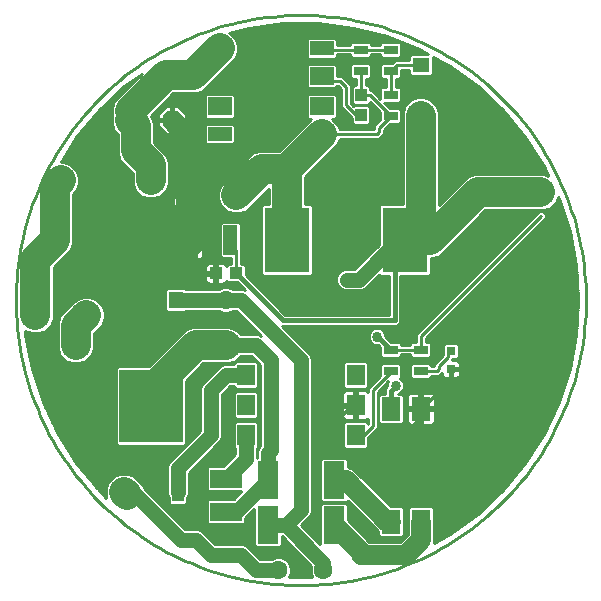
<source format=gtl>
G75*
G70*
%OFA0B0*%
%FSLAX24Y24*%
%IPPOS*%
%LPD*%
%AMOC8*
5,1,8,0,0,1.08239X$1,22.5*
%
%ADD10C,0.0100*%
%ADD11R,0.0433X0.0394*%
%ADD12OC8,0.0630*%
%ADD13C,0.0630*%
%ADD14R,0.0500X0.0579*%
%ADD15OC8,0.0660*%
%ADD16R,0.0800X0.0460*%
%ADD17R,0.0800X0.0600*%
%ADD18R,0.0394X0.0433*%
%ADD19R,0.0472X0.0315*%
%ADD20R,0.0579X0.0500*%
%ADD21R,0.0472X0.0984*%
%ADD22R,0.0709X0.1260*%
%ADD23R,0.0598X0.0701*%
%ADD24R,0.0315X0.0315*%
%ADD25R,0.0630X0.0787*%
%ADD26R,0.1063X0.0630*%
%ADD27R,0.1516X0.2165*%
%ADD28R,0.2126X0.2441*%
%ADD29R,0.0394X0.0630*%
%ADD30C,0.1000*%
%ADD31C,0.0500*%
%ADD32C,0.0060*%
%ADD33C,0.0700*%
%ADD34C,0.0340*%
%ADD35C,0.0827*%
%ADD36C,0.0160*%
%ADD37C,0.0376*%
%ADD38C,0.0660*%
D10*
X003820Y003755D02*
X004083Y003508D01*
X004055Y003576D01*
X004055Y003819D01*
X004148Y004043D01*
X004319Y004215D01*
X004544Y004308D01*
X004786Y004308D01*
X005010Y004215D01*
X005292Y003933D01*
X005339Y003820D01*
X005368Y003791D01*
X005368Y003791D01*
X006712Y002447D01*
X007134Y002447D01*
X007266Y002393D01*
X007712Y001947D01*
X008634Y001947D01*
X008766Y001893D01*
X008868Y001791D01*
X009212Y001447D01*
X009571Y001447D01*
X009572Y001448D01*
X009728Y001512D01*
X009897Y001512D01*
X010053Y001448D01*
X010173Y001328D01*
X010237Y001172D01*
X010237Y001003D01*
X010177Y000856D01*
X010948Y000856D01*
X010888Y001003D01*
X010888Y001172D01*
X010911Y001230D01*
X009924Y002216D01*
X009924Y001912D01*
X009860Y001848D01*
X009060Y001848D01*
X008996Y001912D01*
X008996Y003114D01*
X008704Y002822D01*
X008704Y002676D01*
X008640Y002611D01*
X007485Y002611D01*
X007421Y002676D01*
X007421Y003397D01*
X007485Y003461D01*
X008325Y003461D01*
X008577Y003714D01*
X007485Y003714D01*
X007421Y003778D01*
X007421Y004499D01*
X007485Y004564D01*
X007978Y004564D01*
X008374Y004959D01*
X008374Y005142D01*
X008325Y005192D01*
X008325Y005983D01*
X008389Y006048D01*
X009079Y006048D01*
X009143Y005983D01*
X009143Y005192D01*
X009094Y005142D01*
X009094Y004827D01*
X009100Y004827D01*
X009100Y005057D01*
X009155Y005189D01*
X009203Y005237D01*
X009203Y007938D01*
X008913Y008228D01*
X008565Y008228D01*
X008408Y008070D01*
X008184Y007978D01*
X007315Y007978D01*
X006735Y007398D01*
X006735Y005306D01*
X006671Y005241D01*
X004454Y005241D01*
X004390Y005306D01*
X004390Y007838D01*
X004454Y007902D01*
X005515Y007902D01*
X006717Y009105D01*
X006941Y009197D01*
X008184Y009197D01*
X008408Y009105D01*
X008565Y008947D01*
X009134Y008947D01*
X009235Y008906D01*
X008413Y009728D01*
X008304Y009728D01*
X008303Y009727D01*
X008147Y009663D01*
X007978Y009663D01*
X007822Y009727D01*
X007821Y009728D01*
X006744Y009728D01*
X006705Y009688D01*
X006113Y009688D01*
X006049Y009753D01*
X006049Y010422D01*
X006113Y010487D01*
X006705Y010487D01*
X006744Y010447D01*
X007821Y010447D01*
X007822Y010448D01*
X007978Y010512D01*
X008147Y010512D01*
X008303Y010448D01*
X008304Y010447D01*
X008634Y010447D01*
X008693Y010423D01*
X008435Y010681D01*
X008135Y010681D01*
X008084Y010732D01*
X008064Y010699D01*
X008036Y010671D01*
X008002Y010651D01*
X007964Y010641D01*
X007776Y010641D01*
X007776Y010939D01*
X007679Y010939D01*
X007361Y010939D01*
X007361Y010771D01*
X007372Y010733D01*
X007391Y010699D01*
X007419Y010671D01*
X007453Y010651D01*
X007492Y010641D01*
X007679Y010641D01*
X007679Y010939D01*
X007679Y011036D01*
X007361Y011036D01*
X007361Y011204D01*
X007372Y011242D01*
X007391Y011276D01*
X007419Y011304D01*
X007453Y011324D01*
X002462Y011324D01*
X002560Y011423D02*
X008237Y011423D01*
X008237Y011485D02*
X008237Y011294D01*
X008135Y011294D01*
X008084Y011243D01*
X008064Y011276D01*
X008036Y011304D01*
X008002Y011324D01*
X007964Y011334D01*
X007776Y011334D01*
X007776Y011036D01*
X007679Y011036D01*
X007679Y011334D01*
X007492Y011334D01*
X007453Y011324D01*
X007367Y011226D02*
X002363Y011226D01*
X002326Y011188D02*
X002708Y011570D01*
X002880Y011742D01*
X002972Y011966D01*
X002972Y013635D01*
X003080Y013742D01*
X003172Y013966D01*
X003172Y014209D01*
X003080Y014433D01*
X002908Y014605D01*
X002684Y014697D01*
X002554Y014697D01*
X003079Y015525D01*
X003820Y016420D01*
X004666Y017215D01*
X005254Y017642D01*
X004345Y016733D01*
X004253Y016509D01*
X004253Y016266D01*
X004264Y016237D01*
X004253Y016209D01*
X004253Y015966D01*
X004345Y015742D01*
X004453Y015635D01*
X004453Y014966D01*
X004545Y014742D01*
X004717Y014570D01*
X004953Y014335D01*
X004953Y013966D01*
X005045Y013742D01*
X005217Y013570D01*
X005441Y013478D01*
X005684Y013478D01*
X005908Y013570D01*
X006080Y013742D01*
X006172Y013966D01*
X006172Y014709D01*
X006080Y014933D01*
X005672Y015340D01*
X005672Y016009D01*
X005580Y016233D01*
X005575Y016237D01*
X006315Y016978D01*
X007091Y016978D01*
X007316Y017070D01*
X008380Y018134D01*
X008472Y018359D01*
X008472Y018601D01*
X008380Y018826D01*
X008208Y018997D01*
X008183Y019008D01*
X008829Y019174D01*
X009982Y019319D01*
X011143Y019319D01*
X012296Y019174D01*
X013421Y018885D01*
X014501Y018457D01*
X014798Y018294D01*
X014228Y018294D01*
X014163Y018230D01*
X014163Y018094D01*
X013697Y018094D01*
X013604Y018001D01*
X013281Y018001D01*
X013216Y017936D01*
X013216Y017530D01*
X013281Y017466D01*
X013403Y017466D01*
X013403Y017209D01*
X013281Y017209D01*
X013216Y017145D01*
X013216Y016806D01*
X012940Y017082D01*
X012869Y017082D01*
X012869Y017184D01*
X012805Y017249D01*
X012722Y017249D01*
X012722Y017466D01*
X012844Y017466D01*
X012909Y017530D01*
X012909Y017936D01*
X012844Y018001D01*
X012281Y018001D01*
X012216Y017936D01*
X012216Y017530D01*
X012281Y017466D01*
X012403Y017466D01*
X012403Y017249D01*
X012320Y017249D01*
X012256Y017184D01*
X012256Y016660D01*
X012320Y016596D01*
X012805Y016596D01*
X012869Y016660D01*
X012869Y016700D01*
X013216Y016353D01*
X013216Y016113D01*
X013003Y015899D01*
X013003Y015780D01*
X011856Y015780D01*
X011780Y015966D01*
X011608Y016137D01*
X011607Y016138D01*
X011708Y016138D01*
X011772Y016202D01*
X011772Y016893D01*
X011708Y016957D01*
X010817Y016957D01*
X010753Y016893D01*
X010753Y016202D01*
X010817Y016138D01*
X010918Y016138D01*
X010917Y016137D01*
X009851Y015071D01*
X009161Y015071D01*
X008937Y014978D01*
X008766Y014807D01*
X007892Y013933D01*
X007799Y013709D01*
X007799Y013466D01*
X007892Y013242D01*
X008063Y013070D01*
X008288Y012978D01*
X008530Y012978D01*
X008754Y013070D01*
X009494Y013810D01*
X009494Y013280D01*
X009300Y013280D01*
X009236Y013216D01*
X009236Y010959D01*
X009300Y010895D01*
X010907Y010895D01*
X010972Y010959D01*
X010972Y013216D01*
X010907Y013280D01*
X010714Y013280D01*
X010714Y014209D01*
X011780Y015274D01*
X011856Y015460D01*
X013161Y015460D01*
X013229Y015528D01*
X013322Y015621D01*
X013322Y015767D01*
X013521Y015966D01*
X013844Y015966D01*
X013909Y016030D01*
X013909Y016436D01*
X013844Y016501D01*
X013521Y016501D01*
X013348Y016674D01*
X013844Y016674D01*
X013909Y016739D01*
X013909Y017145D01*
X013844Y017209D01*
X013722Y017209D01*
X013722Y017466D01*
X013844Y017466D01*
X013909Y017530D01*
X013909Y017774D01*
X014163Y017774D01*
X014163Y017638D01*
X014228Y017574D01*
X014897Y017574D01*
X014962Y017638D01*
X014962Y018204D01*
X015519Y017898D01*
X016459Y017215D01*
X017305Y016420D01*
X018046Y015525D01*
X018668Y014544D01*
X018812Y014239D01*
X018670Y014297D01*
X016341Y014297D01*
X016117Y014205D01*
X015945Y014033D01*
X015172Y013260D01*
X015172Y016362D01*
X015080Y016587D01*
X014908Y016758D01*
X014684Y016851D01*
X014441Y016851D01*
X014217Y016758D01*
X014045Y016587D01*
X013953Y016362D01*
X013953Y013280D01*
X013218Y013280D01*
X013153Y013216D01*
X013153Y011937D01*
X012351Y011135D01*
X012028Y011135D01*
X011896Y011080D01*
X011795Y010979D01*
X011740Y010847D01*
X011740Y010703D01*
X011795Y010571D01*
X011896Y010470D01*
X012028Y010415D01*
X012572Y010415D01*
X012704Y010470D01*
X013173Y010939D01*
X013218Y010895D01*
X013498Y010895D01*
X013498Y009602D01*
X010051Y009602D01*
X008724Y010930D01*
X009265Y010930D01*
X009236Y011029D02*
X008724Y011029D01*
X008724Y011127D02*
X009236Y011127D01*
X009236Y011226D02*
X008724Y011226D01*
X008724Y011230D02*
X008659Y011294D01*
X008557Y011294D01*
X008557Y011549D01*
X008558Y011550D01*
X008558Y012625D01*
X008494Y012690D01*
X007930Y012690D01*
X007866Y012625D01*
X007866Y011550D01*
X007930Y011485D01*
X008237Y011485D01*
X008237Y011324D02*
X008002Y011324D01*
X007895Y011521D02*
X007279Y011521D01*
X007289Y011537D02*
X007299Y011576D01*
X007299Y012038D01*
X006963Y012038D01*
X006963Y012137D01*
X007299Y012137D01*
X007299Y012599D01*
X007289Y012638D01*
X007269Y012672D01*
X007241Y012700D01*
X007207Y012719D01*
X007169Y012730D01*
X006963Y012730D01*
X006963Y012138D01*
X006863Y012138D01*
X006863Y012730D01*
X006657Y012730D01*
X006619Y012719D01*
X006585Y012700D01*
X006557Y012672D01*
X006537Y012638D01*
X006527Y012599D01*
X006527Y012137D01*
X006863Y012137D01*
X006863Y012038D01*
X006527Y012038D01*
X006527Y011576D01*
X006537Y011537D01*
X006557Y011503D01*
X006585Y011475D01*
X006619Y011456D01*
X006657Y011445D01*
X006863Y011445D01*
X006863Y012037D01*
X006963Y012037D01*
X006963Y011445D01*
X007169Y011445D01*
X007207Y011456D01*
X007241Y011475D01*
X007269Y011503D01*
X007289Y011537D01*
X007299Y011620D02*
X007866Y011620D01*
X007866Y011718D02*
X007299Y011718D01*
X007299Y011817D02*
X007866Y011817D01*
X007866Y011915D02*
X007299Y011915D01*
X007299Y012014D02*
X007866Y012014D01*
X007866Y012112D02*
X006963Y012112D01*
X006913Y012088D02*
X007063Y012088D01*
X007063Y011088D01*
X007163Y010988D01*
X007728Y010988D01*
X007679Y011029D02*
X002326Y011029D01*
X002326Y011127D02*
X007361Y011127D01*
X007361Y010930D02*
X002326Y010930D01*
X002326Y010832D02*
X007361Y010832D01*
X007371Y010733D02*
X002326Y010733D01*
X002326Y010635D02*
X008481Y010635D01*
X008580Y010536D02*
X002326Y010536D01*
X002326Y010438D02*
X004328Y010438D01*
X004326Y010435D02*
X004316Y010397D01*
X004316Y010137D01*
X004666Y010137D01*
X004666Y010038D01*
X004316Y010038D01*
X004316Y009778D01*
X004326Y009740D01*
X004346Y009706D01*
X004374Y009678D01*
X004408Y009658D01*
X004446Y009648D01*
X004666Y009648D01*
X004666Y010037D01*
X004766Y010037D01*
X004766Y009648D01*
X004986Y009648D01*
X005024Y009658D01*
X005058Y009678D01*
X005086Y009706D01*
X005106Y009740D01*
X005116Y009778D01*
X005116Y010038D01*
X004766Y010038D01*
X004766Y010137D01*
X005116Y010137D01*
X005116Y010397D01*
X005106Y010435D01*
X005086Y010469D01*
X005058Y010497D01*
X005024Y010517D01*
X004986Y010527D01*
X004766Y010527D01*
X004766Y010138D01*
X004666Y010138D01*
X004666Y010527D01*
X004446Y010527D01*
X004408Y010517D01*
X004374Y010497D01*
X004346Y010469D01*
X004326Y010435D01*
X004316Y010339D02*
X002326Y010339D01*
X002326Y010241D02*
X004316Y010241D01*
X004316Y010142D02*
X003664Y010142D01*
X003754Y010105D02*
X003530Y010197D01*
X003288Y010197D01*
X003063Y010105D01*
X002545Y009587D01*
X002453Y009362D01*
X002453Y009120D01*
X002453Y008466D01*
X002545Y008242D01*
X002717Y008070D01*
X002941Y007978D01*
X003184Y007978D01*
X003408Y008070D01*
X003580Y008242D01*
X003672Y008466D01*
X003672Y008988D01*
X003926Y009242D01*
X004019Y009466D01*
X004019Y009709D01*
X003926Y009933D01*
X003754Y010105D01*
X003816Y010044D02*
X004666Y010044D01*
X004666Y010142D02*
X004766Y010142D01*
X004766Y010044D02*
X006049Y010044D01*
X006049Y010142D02*
X005116Y010142D01*
X005116Y010241D02*
X006049Y010241D01*
X006049Y010339D02*
X005116Y010339D01*
X005104Y010438D02*
X006064Y010438D01*
X006049Y009945D02*
X005116Y009945D01*
X005116Y009847D02*
X006049Y009847D01*
X006053Y009748D02*
X005108Y009748D01*
X004991Y009650D02*
X008491Y009650D01*
X008590Y009551D02*
X004019Y009551D01*
X004019Y009650D02*
X004441Y009650D01*
X004324Y009748D02*
X004003Y009748D01*
X003962Y009847D02*
X004316Y009847D01*
X004316Y009945D02*
X003914Y009945D01*
X004013Y009453D02*
X008688Y009453D01*
X008787Y009354D02*
X003973Y009354D01*
X003932Y009256D02*
X008885Y009256D01*
X008984Y009157D02*
X008282Y009157D01*
X008454Y009059D02*
X009082Y009059D01*
X009181Y008960D02*
X008553Y008960D01*
X008510Y008172D02*
X008969Y008172D01*
X009067Y008074D02*
X008411Y008074D01*
X008389Y008048D02*
X008325Y007983D01*
X008325Y007947D01*
X007991Y007947D01*
X007859Y007893D01*
X007757Y007791D01*
X007257Y007291D01*
X007203Y007159D01*
X007203Y005737D01*
X006155Y004689D01*
X006100Y004557D01*
X006100Y003626D01*
X006153Y003498D01*
X006153Y003337D01*
X006218Y003273D01*
X006703Y003273D01*
X006767Y003337D01*
X006767Y003498D01*
X006820Y003626D01*
X006820Y004336D01*
X007766Y005282D01*
X007868Y005384D01*
X007922Y005516D01*
X007922Y006938D01*
X008212Y007228D01*
X008325Y007228D01*
X008325Y007192D01*
X008389Y007127D01*
X009079Y007127D01*
X009143Y007192D01*
X009143Y007983D01*
X009079Y008048D01*
X008389Y008048D01*
X008325Y007975D02*
X007313Y007975D01*
X007214Y007877D02*
X007842Y007877D01*
X007744Y007778D02*
X007116Y007778D01*
X007017Y007680D02*
X007645Y007680D01*
X007547Y007581D02*
X006919Y007581D01*
X006820Y007483D02*
X007448Y007483D01*
X007350Y007384D02*
X006735Y007384D01*
X006735Y007286D02*
X007255Y007286D01*
X007214Y007187D02*
X006735Y007187D01*
X006735Y007089D02*
X007203Y007089D01*
X007203Y006990D02*
X006735Y006990D01*
X006735Y006892D02*
X007203Y006892D01*
X007203Y006793D02*
X006735Y006793D01*
X006735Y006695D02*
X007203Y006695D01*
X007203Y006596D02*
X006735Y006596D01*
X006735Y006498D02*
X007203Y006498D01*
X007203Y006399D02*
X006735Y006399D01*
X006735Y006301D02*
X007203Y006301D01*
X007203Y006202D02*
X006735Y006202D01*
X006735Y006104D02*
X007203Y006104D01*
X007203Y006005D02*
X006735Y006005D01*
X006735Y005907D02*
X007203Y005907D01*
X007203Y005808D02*
X006735Y005808D01*
X006735Y005710D02*
X007175Y005710D01*
X007077Y005611D02*
X006735Y005611D01*
X006735Y005513D02*
X006978Y005513D01*
X006880Y005414D02*
X006735Y005414D01*
X006735Y005316D02*
X006781Y005316D01*
X006683Y005217D02*
X002720Y005217D01*
X002782Y005119D02*
X006584Y005119D01*
X006486Y005020D02*
X002845Y005020D01*
X002907Y004922D02*
X006387Y004922D01*
X006289Y004823D02*
X002970Y004823D01*
X003032Y004725D02*
X006190Y004725D01*
X006129Y004626D02*
X003099Y004626D01*
X003079Y004650D02*
X002457Y005631D01*
X001962Y006682D01*
X001603Y007787D01*
X001385Y008928D01*
X001377Y009068D01*
X001595Y008978D01*
X001837Y008978D01*
X002062Y009070D01*
X002233Y009242D01*
X002326Y009466D01*
X002326Y011188D01*
X002659Y011521D02*
X006546Y011521D01*
X006527Y011620D02*
X002757Y011620D01*
X002708Y011570D02*
X002708Y011570D01*
X002856Y011718D02*
X003474Y011718D01*
X003570Y011623D02*
X003732Y011623D01*
X003732Y012057D01*
X003793Y012057D01*
X003793Y012118D01*
X004227Y012118D01*
X004227Y012280D01*
X003955Y012552D01*
X003793Y012552D01*
X003793Y012118D01*
X003732Y012118D01*
X003732Y012552D01*
X003570Y012552D01*
X003298Y012280D01*
X003298Y012118D01*
X003732Y012118D01*
X003732Y012057D01*
X003298Y012057D01*
X003298Y011895D01*
X003570Y011623D01*
X003732Y011718D02*
X003793Y011718D01*
X003793Y011623D02*
X003955Y011623D01*
X004227Y011895D01*
X004227Y012057D01*
X003793Y012057D01*
X003793Y011623D01*
X003793Y011817D02*
X003732Y011817D01*
X003732Y011915D02*
X003793Y011915D01*
X003793Y012014D02*
X003732Y012014D01*
X003732Y012112D02*
X002972Y012112D01*
X002972Y012014D02*
X003298Y012014D01*
X003298Y011915D02*
X002951Y011915D01*
X002911Y011817D02*
X003376Y011817D01*
X003793Y012112D02*
X006863Y012112D01*
X006863Y012014D02*
X006963Y012014D01*
X006963Y011915D02*
X006863Y011915D01*
X006863Y011817D02*
X006963Y011817D01*
X006963Y011718D02*
X006863Y011718D01*
X006863Y011620D02*
X006963Y011620D01*
X006963Y011521D02*
X006863Y011521D01*
X006527Y011718D02*
X004051Y011718D01*
X004149Y011817D02*
X006527Y011817D01*
X006527Y011915D02*
X004227Y011915D01*
X004227Y012014D02*
X006527Y012014D01*
X006527Y012211D02*
X004227Y012211D01*
X004199Y012309D02*
X006527Y012309D01*
X006527Y012408D02*
X004100Y012408D01*
X004002Y012506D02*
X006527Y012506D01*
X006528Y012605D02*
X002972Y012605D01*
X002972Y012703D02*
X006590Y012703D01*
X006863Y012703D02*
X006963Y012703D01*
X006963Y012605D02*
X006863Y012605D01*
X006863Y012506D02*
X006963Y012506D01*
X006963Y012408D02*
X006863Y012408D01*
X006863Y012309D02*
X006963Y012309D01*
X006963Y012211D02*
X006863Y012211D01*
X007299Y012211D02*
X007866Y012211D01*
X007866Y012309D02*
X007299Y012309D01*
X007299Y012408D02*
X007866Y012408D01*
X007866Y012506D02*
X007299Y012506D01*
X007298Y012605D02*
X007866Y012605D01*
X008037Y013097D02*
X002972Y013097D01*
X002972Y012999D02*
X008237Y012999D01*
X008581Y012999D02*
X009236Y012999D01*
X009236Y013097D02*
X008781Y013097D01*
X008880Y013196D02*
X009236Y013196D01*
X009077Y013393D02*
X009494Y013393D01*
X009494Y013491D02*
X009175Y013491D01*
X009274Y013590D02*
X009494Y013590D01*
X009494Y013688D02*
X009372Y013688D01*
X009471Y013787D02*
X009494Y013787D01*
X009494Y013294D02*
X008978Y013294D01*
X009236Y012900D02*
X002972Y012900D01*
X002972Y012802D02*
X009236Y012802D01*
X009236Y012703D02*
X007235Y012703D01*
X007024Y013158D02*
X007058Y013178D01*
X007086Y013206D01*
X007106Y013240D01*
X007116Y013278D01*
X007116Y013538D01*
X006766Y013538D01*
X006766Y013637D01*
X007116Y013637D01*
X007116Y013897D01*
X007106Y013935D01*
X007086Y013969D01*
X007058Y013997D01*
X007024Y014017D01*
X006986Y014027D01*
X006766Y014027D01*
X006766Y013638D01*
X006666Y013638D01*
X006666Y014027D01*
X006446Y014027D01*
X006408Y014017D01*
X006374Y013997D01*
X006346Y013969D01*
X006326Y013935D01*
X006316Y013897D01*
X006316Y013637D01*
X006666Y013637D01*
X006666Y013538D01*
X006316Y013538D01*
X006316Y013278D01*
X006326Y013240D01*
X006346Y013206D01*
X006374Y013178D01*
X006408Y013158D01*
X006446Y013148D01*
X006666Y013148D01*
X006666Y013537D01*
X006766Y013537D01*
X006766Y013148D01*
X006986Y013148D01*
X007024Y013158D01*
X007076Y013196D02*
X007938Y013196D01*
X007870Y013294D02*
X007116Y013294D01*
X007116Y013393D02*
X007829Y013393D01*
X007799Y013491D02*
X007116Y013491D01*
X007116Y013688D02*
X007799Y013688D01*
X007799Y013590D02*
X006766Y013590D01*
X006766Y013688D02*
X006666Y013688D01*
X006666Y013590D02*
X005927Y013590D01*
X006026Y013688D02*
X006316Y013688D01*
X006316Y013787D02*
X006098Y013787D01*
X006139Y013885D02*
X006316Y013885D01*
X006361Y013984D02*
X006172Y013984D01*
X006172Y014082D02*
X008041Y014082D01*
X008139Y014181D02*
X006172Y014181D01*
X006172Y014279D02*
X008238Y014279D01*
X008336Y014378D02*
X006172Y014378D01*
X006172Y014476D02*
X008435Y014476D01*
X008533Y014575D02*
X006172Y014575D01*
X006172Y014673D02*
X008632Y014673D01*
X008730Y014772D02*
X006147Y014772D01*
X006106Y014870D02*
X008829Y014870D01*
X008766Y014807D02*
X008766Y014807D01*
X008927Y014969D02*
X006044Y014969D01*
X005946Y015067D02*
X009151Y015067D01*
X009945Y015166D02*
X005847Y015166D01*
X005749Y015264D02*
X010044Y015264D01*
X010142Y015363D02*
X008372Y015363D01*
X008372Y015344D02*
X008372Y015896D01*
X008308Y015960D01*
X007417Y015960D01*
X007353Y015896D01*
X007353Y015344D01*
X007417Y015280D01*
X008308Y015280D01*
X008372Y015344D01*
X008372Y015461D02*
X010241Y015461D01*
X010339Y015560D02*
X008372Y015560D01*
X008372Y015658D02*
X010438Y015658D01*
X010536Y015757D02*
X008372Y015757D01*
X008372Y015855D02*
X010635Y015855D01*
X010733Y015954D02*
X008315Y015954D01*
X008308Y016138D02*
X008372Y016202D01*
X008372Y016893D01*
X008308Y016957D01*
X007417Y016957D01*
X007353Y016893D01*
X007353Y016202D01*
X007417Y016138D01*
X008308Y016138D01*
X008321Y016151D02*
X010804Y016151D01*
X010832Y016052D02*
X006727Y016052D01*
X006727Y016057D02*
X006293Y016057D01*
X006293Y016118D01*
X006727Y016118D01*
X006727Y016280D01*
X006455Y016552D01*
X006293Y016552D01*
X006293Y016118D01*
X006232Y016118D01*
X006232Y016552D01*
X006070Y016552D01*
X005798Y016280D01*
X005798Y016118D01*
X006232Y016118D01*
X006232Y016057D01*
X006293Y016057D01*
X006293Y015623D01*
X006455Y015623D01*
X006727Y015895D01*
X006727Y016057D01*
X006727Y016151D02*
X007404Y016151D01*
X007353Y016249D02*
X006727Y016249D01*
X006660Y016348D02*
X007353Y016348D01*
X007353Y016446D02*
X006562Y016446D01*
X006463Y016545D02*
X007353Y016545D01*
X007353Y016643D02*
X005981Y016643D01*
X006062Y016545D02*
X005882Y016545D01*
X005963Y016446D02*
X005784Y016446D01*
X005865Y016348D02*
X005685Y016348D01*
X005587Y016249D02*
X005798Y016249D01*
X005798Y016151D02*
X005614Y016151D01*
X005655Y016052D02*
X005798Y016052D01*
X005798Y016057D02*
X005798Y015895D01*
X006070Y015623D01*
X006232Y015623D01*
X006232Y016057D01*
X005798Y016057D01*
X005798Y015954D02*
X005672Y015954D01*
X005672Y015855D02*
X005837Y015855D01*
X005936Y015757D02*
X005672Y015757D01*
X005672Y015658D02*
X006034Y015658D01*
X006232Y015658D02*
X006293Y015658D01*
X006293Y015757D02*
X006232Y015757D01*
X006232Y015855D02*
X006293Y015855D01*
X006293Y015954D02*
X006232Y015954D01*
X006232Y016052D02*
X006293Y016052D01*
X006293Y016151D02*
X006232Y016151D01*
X006232Y016249D02*
X006293Y016249D01*
X006293Y016348D02*
X006232Y016348D01*
X006232Y016446D02*
X006293Y016446D01*
X006293Y016545D02*
X006232Y016545D01*
X006079Y016742D02*
X007353Y016742D01*
X007353Y016840D02*
X006178Y016840D01*
X006276Y016939D02*
X007398Y016939D01*
X007235Y017037D02*
X011903Y017037D01*
X011903Y017121D02*
X011796Y017228D01*
X011772Y017228D01*
X011772Y017212D01*
X011708Y017148D01*
X010817Y017148D01*
X010753Y017212D01*
X010753Y017903D01*
X010817Y017967D01*
X011708Y017967D01*
X011772Y017903D01*
X011772Y017547D01*
X011929Y017547D01*
X012022Y017454D01*
X012222Y017254D01*
X012222Y016654D01*
X012308Y016568D01*
X012320Y016579D01*
X012805Y016579D01*
X012869Y016515D01*
X012869Y015991D01*
X012805Y015926D01*
X012320Y015926D01*
X012256Y015991D01*
X012256Y016168D01*
X011996Y016428D01*
X011903Y016521D01*
X011903Y017121D01*
X011888Y017136D02*
X007381Y017136D01*
X007479Y017234D02*
X010753Y017234D01*
X010753Y017333D02*
X007578Y017333D01*
X007676Y017431D02*
X010753Y017431D01*
X010753Y017530D02*
X007775Y017530D01*
X007873Y017628D02*
X010753Y017628D01*
X010753Y017727D02*
X007972Y017727D01*
X008070Y017825D02*
X010753Y017825D01*
X010773Y017924D02*
X008169Y017924D01*
X008267Y018022D02*
X013625Y018022D01*
X013763Y017934D02*
X013563Y017733D01*
X013563Y016942D01*
X013722Y017234D02*
X016432Y017234D01*
X016543Y017136D02*
X013909Y017136D01*
X013909Y017037D02*
X016648Y017037D01*
X016753Y016939D02*
X013909Y016939D01*
X013909Y016840D02*
X014415Y016840D01*
X014200Y016742D02*
X013909Y016742D01*
X014102Y016643D02*
X013379Y016643D01*
X013477Y016545D02*
X014028Y016545D01*
X013987Y016446D02*
X013899Y016446D01*
X013909Y016348D02*
X013953Y016348D01*
X013953Y016249D02*
X013909Y016249D01*
X013909Y016151D02*
X013953Y016151D01*
X013953Y016052D02*
X013909Y016052D01*
X013953Y015954D02*
X013509Y015954D01*
X013411Y015855D02*
X013953Y015855D01*
X013953Y015757D02*
X013322Y015757D01*
X013322Y015658D02*
X013953Y015658D01*
X013953Y015560D02*
X013261Y015560D01*
X013162Y015461D02*
X013953Y015461D01*
X013953Y015363D02*
X011816Y015363D01*
X011769Y015264D02*
X013953Y015264D01*
X013953Y015166D02*
X011671Y015166D01*
X011572Y015067D02*
X013953Y015067D01*
X013953Y014969D02*
X011474Y014969D01*
X011375Y014870D02*
X013953Y014870D01*
X013953Y014772D02*
X011277Y014772D01*
X011178Y014673D02*
X013953Y014673D01*
X013953Y014575D02*
X011080Y014575D01*
X010981Y014476D02*
X013953Y014476D01*
X013953Y014378D02*
X010883Y014378D01*
X010784Y014279D02*
X013953Y014279D01*
X013953Y014181D02*
X010714Y014181D01*
X010714Y014082D02*
X013953Y014082D01*
X013953Y013984D02*
X010714Y013984D01*
X010714Y013885D02*
X013953Y013885D01*
X013953Y013787D02*
X010714Y013787D01*
X010714Y013688D02*
X013953Y013688D01*
X013953Y013590D02*
X010714Y013590D01*
X010714Y013491D02*
X013953Y013491D01*
X013953Y013393D02*
X010714Y013393D01*
X010714Y013294D02*
X013953Y013294D01*
X013153Y013196D02*
X010972Y013196D01*
X010972Y013097D02*
X013153Y013097D01*
X013153Y012999D02*
X010972Y012999D01*
X010972Y012900D02*
X013153Y012900D01*
X013153Y012802D02*
X010972Y012802D01*
X010972Y012703D02*
X013153Y012703D01*
X013153Y012605D02*
X010972Y012605D01*
X010972Y012506D02*
X013153Y012506D01*
X013153Y012408D02*
X010972Y012408D01*
X010972Y012309D02*
X013153Y012309D01*
X013153Y012211D02*
X010972Y012211D01*
X010972Y012112D02*
X013153Y012112D01*
X013153Y012014D02*
X010972Y012014D01*
X010972Y011915D02*
X013131Y011915D01*
X013032Y011817D02*
X010972Y011817D01*
X010972Y011718D02*
X012934Y011718D01*
X012835Y011620D02*
X010972Y011620D01*
X010972Y011521D02*
X012737Y011521D01*
X012638Y011423D02*
X010972Y011423D01*
X010972Y011324D02*
X012540Y011324D01*
X012441Y011226D02*
X010972Y011226D01*
X010972Y011127D02*
X012009Y011127D01*
X011844Y011029D02*
X010972Y011029D01*
X010942Y010930D02*
X011775Y010930D01*
X011740Y010832D02*
X008822Y010832D01*
X008724Y010930D02*
X008724Y011230D01*
X008557Y011324D02*
X009236Y011324D01*
X009236Y011423D02*
X008557Y011423D01*
X008557Y011521D02*
X009236Y011521D01*
X009236Y011620D02*
X008558Y011620D01*
X008558Y011718D02*
X009236Y011718D01*
X009236Y011817D02*
X008558Y011817D01*
X008558Y011915D02*
X009236Y011915D01*
X009236Y012014D02*
X008558Y012014D01*
X008558Y012112D02*
X009236Y012112D01*
X009236Y012211D02*
X008558Y012211D01*
X008558Y012309D02*
X009236Y012309D01*
X009236Y012408D02*
X008558Y012408D01*
X008558Y012506D02*
X009236Y012506D01*
X009236Y012605D02*
X008558Y012605D01*
X008212Y012088D02*
X008063Y012088D01*
X008397Y011753D01*
X008397Y010988D01*
X008920Y010733D02*
X011740Y010733D01*
X011769Y010635D02*
X009019Y010635D01*
X009117Y010536D02*
X011830Y010536D01*
X011974Y010438D02*
X009216Y010438D01*
X009314Y010339D02*
X013498Y010339D01*
X013498Y010241D02*
X009413Y010241D01*
X009511Y010142D02*
X013498Y010142D01*
X013498Y010044D02*
X009610Y010044D01*
X009708Y009945D02*
X013498Y009945D01*
X013498Y009847D02*
X009807Y009847D01*
X009905Y009748D02*
X013498Y009748D01*
X013498Y009650D02*
X010004Y009650D01*
X009937Y009223D02*
X013766Y009223D01*
X013877Y009334D01*
X013877Y010895D01*
X014825Y010895D01*
X014889Y010959D01*
X014889Y011478D01*
X014984Y011478D01*
X015208Y011570D01*
X016715Y013078D01*
X018670Y013078D01*
X018895Y013170D01*
X019066Y013342D01*
X019145Y013531D01*
X019163Y013493D01*
X019522Y012388D01*
X019740Y011247D01*
X019813Y010087D01*
X019740Y008928D01*
X019740Y008928D01*
X019522Y007787D01*
X019163Y006682D01*
X018668Y005631D01*
X018046Y004650D01*
X017305Y003755D01*
X016459Y002960D01*
X015519Y002277D01*
X014999Y001992D01*
X015002Y002000D01*
X015002Y002797D01*
X014987Y002833D01*
X014987Y003149D01*
X014923Y003213D01*
X014202Y003213D01*
X014138Y003149D01*
X014138Y002833D01*
X014123Y002797D01*
X014123Y002270D01*
X013880Y002027D01*
X012847Y002027D01*
X012129Y002745D01*
X012129Y003263D01*
X012065Y003327D01*
X011265Y003327D01*
X011201Y003263D01*
X011201Y001959D01*
X010572Y002588D01*
X010766Y002782D01*
X010868Y002884D01*
X010922Y003016D01*
X010922Y008159D01*
X010868Y008291D01*
X010766Y008393D01*
X009937Y009223D01*
X010002Y009157D02*
X014606Y009157D01*
X014704Y009256D02*
X013799Y009256D01*
X013877Y009354D02*
X014803Y009354D01*
X014901Y009453D02*
X013877Y009453D01*
X013877Y009551D02*
X015000Y009551D01*
X015098Y009650D02*
X013877Y009650D01*
X013877Y009748D02*
X015197Y009748D01*
X015295Y009847D02*
X013877Y009847D01*
X013877Y009945D02*
X015394Y009945D01*
X015492Y010044D02*
X013877Y010044D01*
X013877Y010142D02*
X015591Y010142D01*
X015689Y010241D02*
X013877Y010241D01*
X013877Y010339D02*
X015788Y010339D01*
X015886Y010438D02*
X013877Y010438D01*
X013877Y010536D02*
X015985Y010536D01*
X016083Y010635D02*
X013877Y010635D01*
X013877Y010733D02*
X016182Y010733D01*
X016280Y010832D02*
X013877Y010832D01*
X013498Y010832D02*
X013066Y010832D01*
X013164Y010930D02*
X013183Y010930D01*
X012967Y010733D02*
X013498Y010733D01*
X013498Y010635D02*
X012869Y010635D01*
X012770Y010536D02*
X013498Y010536D01*
X013498Y010438D02*
X012626Y010438D01*
X013044Y009155D02*
X012941Y009112D01*
X012863Y009034D01*
X012820Y008931D01*
X012820Y008819D01*
X012863Y008716D01*
X012941Y008638D01*
X013044Y008595D01*
X013141Y008595D01*
X013216Y008519D01*
X013216Y008239D01*
X013281Y008174D01*
X013844Y008174D01*
X013909Y008239D01*
X013909Y008282D01*
X014216Y008282D01*
X014216Y008239D01*
X014281Y008174D01*
X014844Y008174D01*
X014909Y008239D01*
X014909Y008645D01*
X014844Y008709D01*
X014722Y008709D01*
X014722Y008821D01*
X018722Y012820D01*
X018722Y012953D01*
X018628Y013047D01*
X018495Y013047D01*
X014496Y009047D01*
X014403Y008954D01*
X014403Y008709D01*
X014281Y008709D01*
X014216Y008645D01*
X014216Y008602D01*
X013909Y008602D01*
X013909Y008645D01*
X013844Y008709D01*
X013564Y008709D01*
X013380Y008893D01*
X013380Y008931D01*
X013337Y009034D01*
X013259Y009112D01*
X013156Y009155D01*
X013044Y009155D01*
X012888Y009059D02*
X010101Y009059D01*
X010199Y008960D02*
X012832Y008960D01*
X012820Y008862D02*
X010298Y008862D01*
X010396Y008763D02*
X012843Y008763D01*
X012914Y008665D02*
X010495Y008665D01*
X010593Y008566D02*
X013170Y008566D01*
X013216Y008468D02*
X010692Y008468D01*
X010766Y008393D02*
X010766Y008393D01*
X010790Y008369D02*
X013216Y008369D01*
X013216Y008271D02*
X010876Y008271D01*
X010917Y008172D02*
X015221Y008172D01*
X015295Y008246D02*
X015003Y007954D01*
X015003Y007893D01*
X014909Y007893D01*
X014909Y007936D01*
X014844Y008001D01*
X014281Y008001D01*
X014216Y007936D01*
X014216Y007530D01*
X014281Y007466D01*
X014844Y007466D01*
X014909Y007530D01*
X014909Y007573D01*
X015174Y007573D01*
X015229Y007628D01*
X015255Y007654D01*
X015255Y007615D01*
X015265Y007577D01*
X015285Y007543D01*
X015313Y007515D01*
X015347Y007495D01*
X015385Y007485D01*
X015534Y007485D01*
X015534Y007763D01*
X015591Y007763D01*
X015591Y007485D01*
X015740Y007485D01*
X015778Y007495D01*
X015812Y007515D01*
X015840Y007543D01*
X015860Y007577D01*
X015870Y007615D01*
X015870Y007763D01*
X015591Y007763D01*
X015591Y007821D01*
X015870Y007821D01*
X015870Y007969D01*
X015860Y008008D01*
X015840Y008042D01*
X015812Y008070D01*
X015778Y008089D01*
X015740Y008100D01*
X015601Y008100D01*
X015617Y008115D01*
X015766Y008115D01*
X015830Y008180D01*
X015830Y008586D01*
X015766Y008650D01*
X015359Y008650D01*
X015295Y008586D01*
X015295Y008246D01*
X015295Y008271D02*
X014909Y008271D01*
X014909Y008369D02*
X015295Y008369D01*
X015295Y008468D02*
X014909Y008468D01*
X014909Y008566D02*
X015295Y008566D01*
X015563Y008383D02*
X015463Y008283D01*
X015463Y008188D01*
X015163Y007888D01*
X015163Y007788D01*
X015108Y007733D01*
X014563Y007733D01*
X014861Y007483D02*
X019423Y007483D01*
X019455Y007581D02*
X015861Y007581D01*
X015870Y007680D02*
X019487Y007680D01*
X019519Y007778D02*
X015591Y007778D01*
X015563Y007792D02*
X015563Y007465D01*
X014563Y006465D01*
X014463Y006365D01*
X014463Y006088D01*
X013363Y004988D01*
X011963Y004988D01*
X011663Y005288D01*
X011663Y005988D01*
X012263Y006588D01*
X012391Y006588D01*
X012341Y006596D02*
X010922Y006596D01*
X010922Y006498D02*
X011942Y006498D01*
X011942Y006538D02*
X011942Y006217D01*
X011952Y006179D01*
X011972Y006145D01*
X012000Y006117D01*
X012034Y006097D01*
X012072Y006087D01*
X012341Y006087D01*
X012341Y006537D01*
X012441Y006537D01*
X012441Y006087D01*
X012710Y006087D01*
X012748Y006097D01*
X012783Y006117D01*
X012803Y006137D01*
X012803Y005954D01*
X012800Y005952D01*
X012800Y005983D01*
X012736Y006048D01*
X012046Y006048D01*
X011982Y005983D01*
X011982Y005192D01*
X012046Y005127D01*
X012736Y005127D01*
X012800Y005192D01*
X012800Y005499D01*
X013122Y005821D01*
X013122Y007021D01*
X013481Y007379D01*
X013445Y007293D01*
X013445Y007226D01*
X013373Y007154D01*
X013373Y006969D01*
X013202Y006969D01*
X013138Y006905D01*
X013138Y006026D01*
X013202Y005962D01*
X013923Y005962D01*
X013987Y006026D01*
X013987Y006905D01*
X013923Y006969D01*
X013809Y006969D01*
X013884Y007000D01*
X013962Y007079D01*
X014005Y007182D01*
X014005Y007293D01*
X013962Y007396D01*
X013884Y007475D01*
X013862Y007484D01*
X013909Y007530D01*
X013909Y007936D01*
X013844Y008001D01*
X013281Y008001D01*
X013216Y007936D01*
X013216Y007568D01*
X012896Y007247D01*
X012803Y007154D01*
X012803Y007038D01*
X012783Y007058D01*
X012748Y007078D01*
X012710Y007088D01*
X012441Y007088D01*
X012441Y006638D01*
X012341Y006638D01*
X012341Y007088D01*
X012072Y007088D01*
X012034Y007078D01*
X012000Y007058D01*
X011972Y007030D01*
X011952Y006996D01*
X011942Y006958D01*
X011942Y006637D01*
X012341Y006637D01*
X012341Y006538D01*
X011942Y006538D01*
X011942Y006399D02*
X010922Y006399D01*
X010922Y006301D02*
X011942Y006301D01*
X011946Y006202D02*
X010922Y006202D01*
X010922Y006104D02*
X012023Y006104D01*
X012004Y006005D02*
X010922Y006005D01*
X010922Y005907D02*
X011982Y005907D01*
X011982Y005808D02*
X010922Y005808D01*
X010922Y005710D02*
X011982Y005710D01*
X011982Y005611D02*
X010922Y005611D01*
X010922Y005513D02*
X011982Y005513D01*
X011982Y005414D02*
X010922Y005414D01*
X010922Y005316D02*
X011982Y005316D01*
X011982Y005217D02*
X010922Y005217D01*
X010922Y005119D02*
X018343Y005119D01*
X018405Y005217D02*
X012800Y005217D01*
X012800Y005316D02*
X018468Y005316D01*
X018530Y005414D02*
X012800Y005414D01*
X012814Y005513D02*
X018593Y005513D01*
X018655Y005611D02*
X012912Y005611D01*
X013011Y005710D02*
X018705Y005710D01*
X018752Y005808D02*
X013109Y005808D01*
X013122Y005907D02*
X018798Y005907D01*
X018844Y006005D02*
X015012Y006005D01*
X015017Y006014D02*
X015027Y006052D01*
X015027Y006415D01*
X014613Y006415D01*
X014613Y006515D01*
X015027Y006515D01*
X015027Y006879D01*
X015017Y006917D01*
X014997Y006951D01*
X014970Y006979D01*
X014935Y006999D01*
X014897Y007009D01*
X014612Y007009D01*
X014612Y006515D01*
X014513Y006515D01*
X014512Y006515D02*
X014512Y006415D01*
X014098Y006415D01*
X014098Y006052D01*
X014108Y006014D01*
X014128Y005980D01*
X014155Y005952D01*
X014190Y005932D01*
X014228Y005922D01*
X014513Y005922D01*
X014513Y006415D01*
X014612Y006415D01*
X014612Y005922D01*
X014897Y005922D01*
X014935Y005932D01*
X014970Y005952D01*
X014997Y005980D01*
X015017Y006014D01*
X015027Y006104D02*
X018891Y006104D01*
X018937Y006202D02*
X015027Y006202D01*
X015027Y006301D02*
X018983Y006301D01*
X019030Y006399D02*
X015027Y006399D01*
X015027Y006596D02*
X019122Y006596D01*
X019167Y006695D02*
X015027Y006695D01*
X015027Y006793D02*
X019199Y006793D01*
X019231Y006892D02*
X015024Y006892D01*
X014951Y006990D02*
X019263Y006990D01*
X019295Y007089D02*
X013966Y007089D01*
X014005Y007187D02*
X019327Y007187D01*
X019359Y007286D02*
X014005Y007286D01*
X013967Y007384D02*
X019391Y007384D01*
X019539Y007877D02*
X015870Y007877D01*
X015868Y007975D02*
X019558Y007975D01*
X019577Y008074D02*
X015806Y008074D01*
X015822Y008172D02*
X019595Y008172D01*
X019614Y008271D02*
X015830Y008271D01*
X015830Y008369D02*
X019633Y008369D01*
X019652Y008468D02*
X015830Y008468D01*
X015830Y008566D02*
X019670Y008566D01*
X019689Y008665D02*
X014889Y008665D01*
X014722Y008763D02*
X019708Y008763D01*
X019727Y008862D02*
X014763Y008862D01*
X014861Y008960D02*
X019742Y008960D01*
X019748Y009059D02*
X014960Y009059D01*
X015058Y009157D02*
X019754Y009157D01*
X019760Y009256D02*
X015157Y009256D01*
X015255Y009354D02*
X019766Y009354D01*
X019773Y009453D02*
X015354Y009453D01*
X015452Y009551D02*
X019779Y009551D01*
X019785Y009650D02*
X015551Y009650D01*
X015649Y009748D02*
X019791Y009748D01*
X019797Y009847D02*
X015748Y009847D01*
X015846Y009945D02*
X019804Y009945D01*
X019810Y010044D02*
X015945Y010044D01*
X016043Y010142D02*
X019809Y010142D01*
X019803Y010241D02*
X016142Y010241D01*
X016240Y010339D02*
X019797Y010339D01*
X019790Y010438D02*
X016339Y010438D01*
X016437Y010536D02*
X019784Y010536D01*
X019778Y010635D02*
X016536Y010635D01*
X016634Y010733D02*
X019772Y010733D01*
X019766Y010832D02*
X016733Y010832D01*
X016831Y010930D02*
X019759Y010930D01*
X019753Y011029D02*
X016930Y011029D01*
X017028Y011127D02*
X019747Y011127D01*
X019741Y011226D02*
X017127Y011226D01*
X017225Y011324D02*
X019725Y011324D01*
X019706Y011423D02*
X017324Y011423D01*
X017422Y011521D02*
X019687Y011521D01*
X019668Y011620D02*
X017521Y011620D01*
X017619Y011718D02*
X019650Y011718D01*
X019631Y011817D02*
X017718Y011817D01*
X017816Y011915D02*
X019612Y011915D01*
X019593Y012014D02*
X017915Y012014D01*
X018013Y012112D02*
X019575Y012112D01*
X019556Y012211D02*
X018112Y012211D01*
X018210Y012309D02*
X019537Y012309D01*
X019516Y012408D02*
X018309Y012408D01*
X018407Y012506D02*
X019484Y012506D01*
X019452Y012605D02*
X018506Y012605D01*
X018604Y012703D02*
X019419Y012703D01*
X019387Y012802D02*
X018703Y012802D01*
X018722Y012900D02*
X019355Y012900D01*
X019323Y012999D02*
X018676Y012999D01*
X018718Y013097D02*
X019291Y013097D01*
X019259Y013196D02*
X018920Y013196D01*
X019018Y013294D02*
X019227Y013294D01*
X019195Y013393D02*
X019087Y013393D01*
X019128Y013491D02*
X019163Y013491D01*
X018562Y012887D02*
X014563Y008888D01*
X014563Y008442D01*
X013563Y008442D01*
X013909Y008271D02*
X014216Y008271D01*
X014255Y007975D02*
X013870Y007975D01*
X013909Y007877D02*
X014216Y007877D01*
X014216Y007778D02*
X013909Y007778D01*
X013909Y007680D02*
X014216Y007680D01*
X014216Y007581D02*
X013909Y007581D01*
X013865Y007483D02*
X014264Y007483D01*
X014228Y007009D02*
X014190Y006999D01*
X014155Y006979D01*
X014128Y006951D01*
X014108Y006917D01*
X014098Y006879D01*
X014098Y006515D01*
X014512Y006515D01*
X014513Y006515D02*
X014513Y007009D01*
X014228Y007009D01*
X014174Y006990D02*
X013859Y006990D01*
X013987Y006892D02*
X014101Y006892D01*
X014098Y006793D02*
X013987Y006793D01*
X013987Y006695D02*
X014098Y006695D01*
X014098Y006596D02*
X013987Y006596D01*
X013987Y006498D02*
X014512Y006498D01*
X014513Y006596D02*
X014612Y006596D01*
X014613Y006498D02*
X019076Y006498D01*
X018280Y005020D02*
X010922Y005020D01*
X010922Y004922D02*
X018218Y004922D01*
X018155Y004823D02*
X012069Y004823D01*
X012065Y004827D02*
X011265Y004827D01*
X011201Y004763D01*
X011201Y003412D01*
X011265Y003348D01*
X012065Y003348D01*
X012122Y003405D01*
X013138Y002390D01*
X013138Y002270D01*
X013202Y002206D01*
X013923Y002206D01*
X013987Y002270D01*
X013987Y002586D01*
X014002Y002622D01*
X014002Y002797D01*
X013987Y002833D01*
X013987Y003149D01*
X013923Y003213D01*
X013559Y003213D01*
X012436Y004337D01*
X012312Y004461D01*
X012150Y004527D01*
X012129Y004527D01*
X012129Y004763D01*
X012065Y004827D01*
X012129Y004725D02*
X018093Y004725D01*
X018026Y004626D02*
X012129Y004626D01*
X012129Y004528D02*
X017944Y004528D01*
X017863Y004429D02*
X012343Y004429D01*
X012442Y004331D02*
X017781Y004331D01*
X017700Y004232D02*
X012540Y004232D01*
X012639Y004134D02*
X017618Y004134D01*
X017537Y004035D02*
X012737Y004035D01*
X012836Y003937D02*
X017455Y003937D01*
X017374Y003838D02*
X012934Y003838D01*
X013033Y003740D02*
X017288Y003740D01*
X017305Y003755D02*
X017305Y003755D01*
X017184Y003641D02*
X013131Y003641D01*
X013230Y003543D02*
X017079Y003543D01*
X016974Y003444D02*
X013328Y003444D01*
X013427Y003346D02*
X016869Y003346D01*
X016764Y003247D02*
X013525Y003247D01*
X013987Y003149D02*
X014138Y003149D01*
X014138Y003050D02*
X013987Y003050D01*
X013987Y002952D02*
X014138Y002952D01*
X014138Y002853D02*
X013987Y002853D01*
X014002Y002755D02*
X014123Y002755D01*
X014123Y002656D02*
X014002Y002656D01*
X013987Y002558D02*
X014123Y002558D01*
X014123Y002459D02*
X013987Y002459D01*
X013987Y002361D02*
X014123Y002361D01*
X014115Y002262D02*
X013979Y002262D01*
X014016Y002164D02*
X012711Y002164D01*
X012613Y002262D02*
X013146Y002262D01*
X013138Y002361D02*
X012514Y002361D01*
X012416Y002459D02*
X013069Y002459D01*
X012970Y002558D02*
X012317Y002558D01*
X012219Y002656D02*
X012872Y002656D01*
X012773Y002755D02*
X012129Y002755D01*
X012129Y002853D02*
X012675Y002853D01*
X012576Y002952D02*
X012129Y002952D01*
X012129Y003050D02*
X012478Y003050D01*
X012379Y003149D02*
X012129Y003149D01*
X012129Y003247D02*
X012281Y003247D01*
X012182Y003346D02*
X010922Y003346D01*
X010922Y003444D02*
X011201Y003444D01*
X011201Y003543D02*
X010922Y003543D01*
X010922Y003641D02*
X011201Y003641D01*
X011201Y003740D02*
X010922Y003740D01*
X010922Y003838D02*
X011201Y003838D01*
X011201Y003937D02*
X010922Y003937D01*
X010922Y004035D02*
X011201Y004035D01*
X011201Y004134D02*
X010922Y004134D01*
X010922Y004232D02*
X011201Y004232D01*
X011201Y004331D02*
X010922Y004331D01*
X010922Y004429D02*
X011201Y004429D01*
X011201Y004528D02*
X010922Y004528D01*
X010922Y004626D02*
X011201Y004626D01*
X011201Y004725D02*
X010922Y004725D01*
X010922Y004823D02*
X011261Y004823D01*
X012391Y005588D02*
X012463Y005516D01*
X012463Y005388D01*
X012963Y005888D01*
X012963Y007088D01*
X013563Y007688D01*
X013563Y007733D01*
X013216Y007778D02*
X012800Y007778D01*
X012800Y007680D02*
X013216Y007680D01*
X013216Y007581D02*
X012800Y007581D01*
X012800Y007483D02*
X013131Y007483D01*
X013033Y007384D02*
X012800Y007384D01*
X012800Y007286D02*
X012934Y007286D01*
X012836Y007187D02*
X012796Y007187D01*
X012800Y007192D02*
X012800Y007983D01*
X012736Y008048D01*
X012046Y008048D01*
X011982Y007983D01*
X011982Y007192D01*
X012046Y007127D01*
X012736Y007127D01*
X012800Y007192D01*
X012803Y007089D02*
X010922Y007089D01*
X010922Y007187D02*
X011987Y007187D01*
X011982Y007286D02*
X010922Y007286D01*
X010922Y007384D02*
X011982Y007384D01*
X011982Y007483D02*
X010922Y007483D01*
X010922Y007581D02*
X011982Y007581D01*
X011982Y007680D02*
X010922Y007680D01*
X010922Y007778D02*
X011982Y007778D01*
X011982Y007877D02*
X010922Y007877D01*
X010922Y007975D02*
X011982Y007975D01*
X012800Y007975D02*
X013255Y007975D01*
X013216Y007877D02*
X012800Y007877D01*
X013387Y007286D02*
X013445Y007286D01*
X013406Y007187D02*
X013288Y007187D01*
X013373Y007089D02*
X013190Y007089D01*
X013122Y006990D02*
X013373Y006990D01*
X013138Y006892D02*
X013122Y006892D01*
X013122Y006793D02*
X013138Y006793D01*
X013138Y006695D02*
X013122Y006695D01*
X013122Y006596D02*
X013138Y006596D01*
X013138Y006498D02*
X013122Y006498D01*
X013122Y006399D02*
X013138Y006399D01*
X013138Y006301D02*
X013122Y006301D01*
X013122Y006202D02*
X013138Y006202D01*
X013138Y006104D02*
X013122Y006104D01*
X013122Y006005D02*
X013159Y006005D01*
X012803Y006005D02*
X012779Y006005D01*
X012759Y006104D02*
X012803Y006104D01*
X012441Y006104D02*
X012341Y006104D01*
X012341Y006202D02*
X012441Y006202D01*
X012441Y006301D02*
X012341Y006301D01*
X012341Y006399D02*
X012441Y006399D01*
X012441Y006498D02*
X012341Y006498D01*
X012341Y006695D02*
X012441Y006695D01*
X012441Y006793D02*
X012341Y006793D01*
X012341Y006892D02*
X012441Y006892D01*
X012441Y006990D02*
X012341Y006990D01*
X011951Y006990D02*
X010922Y006990D01*
X010922Y006892D02*
X011942Y006892D01*
X011942Y006793D02*
X010922Y006793D01*
X010922Y006695D02*
X011942Y006695D01*
X010922Y008074D02*
X015122Y008074D01*
X015024Y007975D02*
X014870Y007975D01*
X015182Y007581D02*
X015264Y007581D01*
X015534Y007581D02*
X015591Y007581D01*
X015591Y007680D02*
X015534Y007680D01*
X014612Y006990D02*
X014513Y006990D01*
X014513Y006892D02*
X014612Y006892D01*
X014612Y006793D02*
X014513Y006793D01*
X014513Y006695D02*
X014612Y006695D01*
X014612Y006399D02*
X014513Y006399D01*
X014513Y006301D02*
X014612Y006301D01*
X014612Y006202D02*
X014513Y006202D01*
X014513Y006104D02*
X014612Y006104D01*
X014612Y006005D02*
X014513Y006005D01*
X014113Y006005D02*
X013966Y006005D01*
X013987Y006104D02*
X014098Y006104D01*
X014098Y006202D02*
X013987Y006202D01*
X013987Y006301D02*
X014098Y006301D01*
X014098Y006399D02*
X013987Y006399D01*
X013889Y008665D02*
X014236Y008665D01*
X014403Y008763D02*
X013510Y008763D01*
X013412Y008862D02*
X014403Y008862D01*
X014409Y008960D02*
X013368Y008960D01*
X013312Y009059D02*
X014507Y009059D01*
X014860Y010930D02*
X016379Y010930D01*
X016477Y011029D02*
X014889Y011029D01*
X014889Y011127D02*
X016576Y011127D01*
X016674Y011226D02*
X014889Y011226D01*
X014889Y011324D02*
X016773Y011324D01*
X016871Y011423D02*
X014889Y011423D01*
X015089Y011521D02*
X016970Y011521D01*
X017068Y011620D02*
X015257Y011620D01*
X015356Y011718D02*
X017167Y011718D01*
X017265Y011817D02*
X015454Y011817D01*
X015553Y011915D02*
X017364Y011915D01*
X017462Y012014D02*
X015651Y012014D01*
X015750Y012112D02*
X017561Y012112D01*
X017659Y012211D02*
X015848Y012211D01*
X015947Y012309D02*
X017758Y012309D01*
X017856Y012408D02*
X016045Y012408D01*
X016144Y012506D02*
X017955Y012506D01*
X018053Y012605D02*
X016242Y012605D01*
X016341Y012703D02*
X018152Y012703D01*
X018250Y012802D02*
X016439Y012802D01*
X016538Y012900D02*
X018349Y012900D01*
X018447Y012999D02*
X016636Y012999D01*
X015797Y013885D02*
X015172Y013885D01*
X015172Y013787D02*
X015699Y013787D01*
X015600Y013688D02*
X015172Y013688D01*
X015172Y013590D02*
X015502Y013590D01*
X015403Y013491D02*
X015172Y013491D01*
X015172Y013393D02*
X015305Y013393D01*
X015206Y013294D02*
X015172Y013294D01*
X015172Y013984D02*
X015896Y013984D01*
X015994Y014082D02*
X015172Y014082D01*
X015172Y014181D02*
X016093Y014181D01*
X016297Y014279D02*
X015172Y014279D01*
X015172Y014378D02*
X018747Y014378D01*
X018715Y014279D02*
X018793Y014279D01*
X018700Y014476D02*
X015172Y014476D01*
X015172Y014575D02*
X018649Y014575D01*
X018586Y014673D02*
X015172Y014673D01*
X015172Y014772D02*
X018524Y014772D01*
X018461Y014870D02*
X015172Y014870D01*
X015172Y014969D02*
X018399Y014969D01*
X018336Y015067D02*
X015172Y015067D01*
X015172Y015166D02*
X018274Y015166D01*
X018211Y015264D02*
X015172Y015264D01*
X015172Y015363D02*
X018149Y015363D01*
X018086Y015461D02*
X015172Y015461D01*
X015172Y015560D02*
X018017Y015560D01*
X017935Y015658D02*
X015172Y015658D01*
X015172Y015757D02*
X017854Y015757D01*
X017772Y015855D02*
X015172Y015855D01*
X015172Y015954D02*
X017691Y015954D01*
X017610Y016052D02*
X015172Y016052D01*
X015172Y016151D02*
X017528Y016151D01*
X017447Y016249D02*
X015172Y016249D01*
X015172Y016348D02*
X017365Y016348D01*
X017277Y016446D02*
X015138Y016446D01*
X015097Y016545D02*
X017172Y016545D01*
X017067Y016643D02*
X015023Y016643D01*
X014925Y016742D02*
X016963Y016742D01*
X016858Y016840D02*
X014710Y016840D01*
X014952Y017628D02*
X015890Y017628D01*
X016025Y017530D02*
X013908Y017530D01*
X013909Y017628D02*
X014173Y017628D01*
X014163Y017727D02*
X013909Y017727D01*
X013763Y017934D02*
X014563Y017934D01*
X014962Y017924D02*
X015472Y017924D01*
X015619Y017825D02*
X014962Y017825D01*
X014962Y017727D02*
X015754Y017727D01*
X016161Y017431D02*
X013722Y017431D01*
X013722Y017333D02*
X016297Y017333D01*
X015292Y018022D02*
X014962Y018022D01*
X014962Y018121D02*
X015113Y018121D01*
X014755Y018318D02*
X013909Y018318D01*
X013909Y018239D02*
X013909Y018645D01*
X013844Y018709D01*
X013281Y018709D01*
X013216Y018645D01*
X013216Y018602D01*
X012909Y018602D01*
X012909Y018645D01*
X012844Y018709D01*
X012281Y018709D01*
X012216Y018645D01*
X012216Y018602D01*
X011772Y018602D01*
X011772Y018756D01*
X011708Y018820D01*
X010817Y018820D01*
X010753Y018756D01*
X010753Y018204D01*
X010817Y018140D01*
X011708Y018140D01*
X011772Y018204D01*
X011772Y018282D01*
X012216Y018282D01*
X012216Y018239D01*
X012281Y018174D01*
X012844Y018174D01*
X012909Y018239D01*
X012909Y018282D01*
X013216Y018282D01*
X013216Y018239D01*
X013281Y018174D01*
X013844Y018174D01*
X013909Y018239D01*
X013889Y018219D02*
X014163Y018219D01*
X014163Y018121D02*
X008366Y018121D01*
X008415Y018219D02*
X010753Y018219D01*
X010753Y018318D02*
X008455Y018318D01*
X008472Y018416D02*
X010753Y018416D01*
X010753Y018515D02*
X008472Y018515D01*
X008468Y018613D02*
X010753Y018613D01*
X010753Y018712D02*
X008427Y018712D01*
X008386Y018810D02*
X010807Y018810D01*
X011263Y018480D02*
X011301Y018442D01*
X012563Y018442D01*
X013563Y018442D01*
X013909Y018416D02*
X014576Y018416D01*
X014356Y018515D02*
X013909Y018515D01*
X013909Y018613D02*
X014107Y018613D01*
X013858Y018712D02*
X011772Y018712D01*
X011772Y018613D02*
X012216Y018613D01*
X012236Y018219D02*
X011772Y018219D01*
X011752Y017924D02*
X012216Y017924D01*
X012216Y017825D02*
X011772Y017825D01*
X011772Y017727D02*
X012216Y017727D01*
X012216Y017628D02*
X011772Y017628D01*
X011947Y017530D02*
X012217Y017530D01*
X012045Y017431D02*
X012403Y017431D01*
X012403Y017333D02*
X012144Y017333D01*
X012222Y017234D02*
X012305Y017234D01*
X012256Y017136D02*
X012222Y017136D01*
X012222Y017037D02*
X012256Y017037D01*
X012256Y016939D02*
X012222Y016939D01*
X012222Y016840D02*
X012256Y016840D01*
X012256Y016742D02*
X012222Y016742D01*
X012233Y016643D02*
X012273Y016643D01*
X012063Y016588D02*
X012063Y017188D01*
X011863Y017388D01*
X011433Y017388D01*
X011263Y017558D01*
X011727Y016939D02*
X011903Y016939D01*
X011903Y016840D02*
X011772Y016840D01*
X011772Y016742D02*
X011903Y016742D01*
X011903Y016643D02*
X011772Y016643D01*
X011772Y016545D02*
X011903Y016545D01*
X011978Y016446D02*
X011772Y016446D01*
X011772Y016348D02*
X012076Y016348D01*
X012175Y016249D02*
X011772Y016249D01*
X011721Y016151D02*
X012256Y016151D01*
X012256Y016052D02*
X011693Y016052D01*
X011785Y015954D02*
X012293Y015954D01*
X012397Y016253D02*
X012063Y016588D01*
X012397Y016253D02*
X012563Y016253D01*
X012832Y015954D02*
X013057Y015954D01*
X013003Y015855D02*
X011825Y015855D01*
X011263Y015620D02*
X013095Y015620D01*
X013163Y015688D01*
X013163Y015833D01*
X013563Y016233D01*
X012874Y016922D01*
X012563Y016922D01*
X012563Y017733D01*
X012722Y017431D02*
X013403Y017431D01*
X013403Y017333D02*
X012722Y017333D01*
X012820Y017234D02*
X013403Y017234D01*
X013216Y017136D02*
X012869Y017136D01*
X012985Y017037D02*
X013216Y017037D01*
X013216Y016939D02*
X013083Y016939D01*
X013182Y016840D02*
X013216Y016840D01*
X012926Y016643D02*
X012852Y016643D01*
X012840Y016545D02*
X013025Y016545D01*
X013123Y016446D02*
X012869Y016446D01*
X012869Y016348D02*
X013216Y016348D01*
X013216Y016249D02*
X012869Y016249D01*
X012869Y016151D02*
X013216Y016151D01*
X013155Y016052D02*
X012869Y016052D01*
X012908Y017530D02*
X013217Y017530D01*
X013216Y017628D02*
X012909Y017628D01*
X012909Y017727D02*
X013216Y017727D01*
X013216Y017825D02*
X012909Y017825D01*
X012909Y017924D02*
X013216Y017924D01*
X013236Y018219D02*
X012889Y018219D01*
X012909Y018613D02*
X013216Y018613D01*
X013328Y018909D02*
X008297Y018909D01*
X008184Y019007D02*
X012945Y019007D01*
X012561Y019106D02*
X008564Y019106D01*
X009070Y019204D02*
X012055Y019204D01*
X011718Y018810D02*
X013610Y018810D01*
X011276Y019303D02*
X009849Y019303D01*
X010798Y016939D02*
X008327Y016939D01*
X008372Y016840D02*
X010753Y016840D01*
X010753Y016742D02*
X008372Y016742D01*
X008372Y016643D02*
X010753Y016643D01*
X010753Y016545D02*
X008372Y016545D01*
X008372Y016446D02*
X010753Y016446D01*
X010753Y016348D02*
X008372Y016348D01*
X008372Y016249D02*
X010753Y016249D01*
X007942Y013984D02*
X007072Y013984D01*
X007116Y013885D02*
X007872Y013885D01*
X007831Y013787D02*
X007116Y013787D01*
X006766Y013787D02*
X006666Y013787D01*
X006666Y013885D02*
X006766Y013885D01*
X006766Y013984D02*
X006666Y013984D01*
X006666Y013491D02*
X006766Y013491D01*
X006766Y013393D02*
X006666Y013393D01*
X006666Y013294D02*
X006766Y013294D01*
X006766Y013196D02*
X006666Y013196D01*
X006357Y013196D02*
X002972Y013196D01*
X002972Y013294D02*
X006316Y013294D01*
X006316Y013393D02*
X002972Y013393D01*
X002972Y013491D02*
X005408Y013491D01*
X005198Y013590D02*
X002972Y013590D01*
X003026Y013688D02*
X005099Y013688D01*
X005027Y013787D02*
X003098Y013787D01*
X003139Y013885D02*
X004986Y013885D01*
X004953Y013984D02*
X003172Y013984D01*
X003172Y014082D02*
X004953Y014082D01*
X004953Y014181D02*
X003172Y014181D01*
X003143Y014279D02*
X004953Y014279D01*
X004910Y014378D02*
X003103Y014378D01*
X003037Y014476D02*
X004811Y014476D01*
X004713Y014575D02*
X002938Y014575D01*
X002743Y014673D02*
X004614Y014673D01*
X004533Y014772D02*
X002601Y014772D01*
X002664Y014870D02*
X004492Y014870D01*
X004453Y014969D02*
X002726Y014969D01*
X002789Y015067D02*
X004453Y015067D01*
X004453Y015166D02*
X002851Y015166D01*
X002914Y015264D02*
X004453Y015264D01*
X004453Y015363D02*
X002976Y015363D01*
X003039Y015461D02*
X004453Y015461D01*
X004453Y015560D02*
X003108Y015560D01*
X003190Y015658D02*
X004429Y015658D01*
X004339Y015757D02*
X003271Y015757D01*
X003353Y015855D02*
X004299Y015855D01*
X004258Y015954D02*
X003434Y015954D01*
X003515Y016052D02*
X004253Y016052D01*
X004253Y016151D02*
X003597Y016151D01*
X003678Y016249D02*
X004260Y016249D01*
X004253Y016348D02*
X003760Y016348D01*
X003848Y016446D02*
X004253Y016446D01*
X004267Y016545D02*
X003953Y016545D01*
X004058Y016643D02*
X004308Y016643D01*
X004354Y016742D02*
X004162Y016742D01*
X004267Y016840D02*
X004452Y016840D01*
X004372Y016939D02*
X004551Y016939D01*
X004477Y017037D02*
X004649Y017037D01*
X004582Y017136D02*
X004748Y017136D01*
X004693Y017234D02*
X004846Y017234D01*
X004828Y017333D02*
X004945Y017333D01*
X004964Y017431D02*
X005043Y017431D01*
X005100Y017530D02*
X005142Y017530D01*
X005235Y017628D02*
X005240Y017628D01*
X006727Y015954D02*
X007410Y015954D01*
X007353Y015855D02*
X006688Y015855D01*
X006589Y015757D02*
X007353Y015757D01*
X007353Y015658D02*
X006491Y015658D01*
X005672Y015560D02*
X007353Y015560D01*
X007353Y015461D02*
X005672Y015461D01*
X005672Y015363D02*
X007353Y015363D01*
X006316Y013491D02*
X005717Y013491D01*
X003793Y012506D02*
X003732Y012506D01*
X003732Y012408D02*
X003793Y012408D01*
X003793Y012309D02*
X003732Y012309D01*
X003732Y012211D02*
X003793Y012211D01*
X003523Y012506D02*
X002972Y012506D01*
X002972Y012408D02*
X003425Y012408D01*
X003326Y012309D02*
X002972Y012309D01*
X002972Y012211D02*
X003298Y012211D01*
X004666Y010438D02*
X004766Y010438D01*
X004766Y010339D02*
X004666Y010339D01*
X004666Y010241D02*
X004766Y010241D01*
X004766Y009945D02*
X004666Y009945D01*
X004666Y009847D02*
X004766Y009847D01*
X004766Y009748D02*
X004666Y009748D01*
X004666Y009650D02*
X004766Y009650D01*
X003841Y009157D02*
X006843Y009157D01*
X006671Y009059D02*
X003743Y009059D01*
X003672Y008960D02*
X006572Y008960D01*
X006474Y008862D02*
X003672Y008862D01*
X003672Y008763D02*
X006375Y008763D01*
X006277Y008665D02*
X003672Y008665D01*
X003672Y008566D02*
X006178Y008566D01*
X006080Y008468D02*
X003672Y008468D01*
X003632Y008369D02*
X005981Y008369D01*
X005883Y008271D02*
X003591Y008271D01*
X003510Y008172D02*
X005784Y008172D01*
X005686Y008074D02*
X003411Y008074D01*
X002714Y008074D02*
X001548Y008074D01*
X001530Y008172D02*
X002615Y008172D01*
X002534Y008271D02*
X001511Y008271D01*
X001492Y008369D02*
X002493Y008369D01*
X002453Y008468D02*
X001473Y008468D01*
X001455Y008566D02*
X002453Y008566D01*
X002453Y008665D02*
X001436Y008665D01*
X001417Y008763D02*
X002453Y008763D01*
X002453Y008862D02*
X001398Y008862D01*
X001383Y008960D02*
X002453Y008960D01*
X002453Y009059D02*
X002033Y009059D01*
X002148Y009157D02*
X002453Y009157D01*
X002453Y009256D02*
X002239Y009256D01*
X002280Y009354D02*
X002453Y009354D01*
X002490Y009453D02*
X002320Y009453D01*
X002326Y009551D02*
X002531Y009551D01*
X002608Y009650D02*
X002326Y009650D01*
X002326Y009748D02*
X002707Y009748D01*
X002805Y009847D02*
X002326Y009847D01*
X002326Y009945D02*
X002904Y009945D01*
X003002Y010044D02*
X002326Y010044D01*
X002326Y010142D02*
X003154Y010142D01*
X001399Y009059D02*
X001377Y009059D01*
X001567Y007975D02*
X005587Y007975D01*
X004428Y007877D02*
X001586Y007877D01*
X001606Y007778D02*
X004390Y007778D01*
X004390Y007680D02*
X001638Y007680D01*
X001670Y007581D02*
X004390Y007581D01*
X004390Y007483D02*
X001702Y007483D01*
X001734Y007384D02*
X004390Y007384D01*
X004390Y007286D02*
X001766Y007286D01*
X001798Y007187D02*
X004390Y007187D01*
X004390Y007089D02*
X001830Y007089D01*
X001862Y006990D02*
X004390Y006990D01*
X004390Y006892D02*
X001894Y006892D01*
X001926Y006793D02*
X004390Y006793D01*
X004390Y006695D02*
X001958Y006695D01*
X002003Y006596D02*
X004390Y006596D01*
X004390Y006498D02*
X002049Y006498D01*
X002095Y006399D02*
X004390Y006399D01*
X004390Y006301D02*
X002142Y006301D01*
X002188Y006202D02*
X004390Y006202D01*
X004390Y006104D02*
X002234Y006104D01*
X002281Y006005D02*
X004390Y006005D01*
X004390Y005907D02*
X002327Y005907D01*
X002373Y005808D02*
X004390Y005808D01*
X004390Y005710D02*
X002420Y005710D01*
X002470Y005611D02*
X004390Y005611D01*
X004390Y005513D02*
X002532Y005513D01*
X002595Y005414D02*
X004390Y005414D01*
X004390Y005316D02*
X002657Y005316D01*
X003079Y004650D02*
X003820Y003755D01*
X003837Y003740D02*
X004055Y003740D01*
X004063Y003838D02*
X003751Y003838D01*
X003670Y003937D02*
X004104Y003937D01*
X004144Y004035D02*
X003588Y004035D01*
X003507Y004134D02*
X004238Y004134D01*
X004361Y004232D02*
X003425Y004232D01*
X003344Y004331D02*
X006100Y004331D01*
X006100Y004429D02*
X003262Y004429D01*
X003181Y004528D02*
X006100Y004528D01*
X006100Y004232D02*
X004969Y004232D01*
X005092Y004134D02*
X006100Y004134D01*
X006100Y004035D02*
X005190Y004035D01*
X005289Y003937D02*
X006100Y003937D01*
X006100Y003838D02*
X005332Y003838D01*
X005420Y003740D02*
X006100Y003740D01*
X006100Y003641D02*
X005518Y003641D01*
X005617Y003543D02*
X006135Y003543D01*
X006153Y003444D02*
X005715Y003444D01*
X005814Y003346D02*
X006153Y003346D01*
X006011Y003149D02*
X007421Y003149D01*
X007421Y003247D02*
X005912Y003247D01*
X006109Y003050D02*
X007421Y003050D01*
X007421Y002952D02*
X006208Y002952D01*
X006306Y002853D02*
X007421Y002853D01*
X007421Y002755D02*
X006405Y002755D01*
X006503Y002656D02*
X007441Y002656D01*
X007299Y002361D02*
X008996Y002361D01*
X008996Y002459D02*
X006700Y002459D01*
X006602Y002558D02*
X008996Y002558D01*
X008996Y002656D02*
X008684Y002656D01*
X008704Y002755D02*
X008996Y002755D01*
X008996Y002853D02*
X008735Y002853D01*
X008833Y002952D02*
X008996Y002952D01*
X008996Y003050D02*
X008932Y003050D01*
X008406Y003543D02*
X006785Y003543D01*
X006767Y003444D02*
X007468Y003444D01*
X007421Y003346D02*
X006767Y003346D01*
X006820Y003641D02*
X008505Y003641D01*
X007460Y003740D02*
X006820Y003740D01*
X006820Y003838D02*
X007421Y003838D01*
X007421Y003937D02*
X006820Y003937D01*
X006820Y004035D02*
X007421Y004035D01*
X007421Y004134D02*
X006820Y004134D01*
X006820Y004232D02*
X007421Y004232D01*
X007421Y004331D02*
X006820Y004331D01*
X006913Y004429D02*
X007421Y004429D01*
X007449Y004528D02*
X007012Y004528D01*
X007110Y004626D02*
X008041Y004626D01*
X008139Y004725D02*
X007209Y004725D01*
X007307Y004823D02*
X008238Y004823D01*
X008336Y004922D02*
X007406Y004922D01*
X007504Y005020D02*
X008374Y005020D01*
X008374Y005119D02*
X007603Y005119D01*
X007701Y005217D02*
X008325Y005217D01*
X008325Y005316D02*
X007800Y005316D01*
X007880Y005414D02*
X008325Y005414D01*
X008325Y005513D02*
X007921Y005513D01*
X007922Y005611D02*
X008325Y005611D01*
X008325Y005710D02*
X007922Y005710D01*
X007922Y005808D02*
X008325Y005808D01*
X008325Y005907D02*
X007922Y005907D01*
X007922Y006005D02*
X008346Y006005D01*
X008389Y006127D02*
X008325Y006192D01*
X008325Y006983D01*
X008389Y007048D01*
X009079Y007048D01*
X009143Y006983D01*
X009143Y006192D01*
X009079Y006127D01*
X008389Y006127D01*
X008325Y006202D02*
X007922Y006202D01*
X007922Y006104D02*
X009203Y006104D01*
X009203Y006202D02*
X009143Y006202D01*
X009143Y006301D02*
X009203Y006301D01*
X009203Y006399D02*
X009143Y006399D01*
X009143Y006498D02*
X009203Y006498D01*
X009203Y006596D02*
X009143Y006596D01*
X009143Y006695D02*
X009203Y006695D01*
X009203Y006793D02*
X009143Y006793D01*
X009143Y006892D02*
X009203Y006892D01*
X009203Y006990D02*
X009136Y006990D01*
X009203Y007089D02*
X008073Y007089D01*
X008171Y007187D02*
X008329Y007187D01*
X008331Y006990D02*
X007974Y006990D01*
X007922Y006892D02*
X008325Y006892D01*
X008325Y006793D02*
X007922Y006793D01*
X007922Y006695D02*
X008325Y006695D01*
X008325Y006596D02*
X007922Y006596D01*
X007922Y006498D02*
X008325Y006498D01*
X008325Y006399D02*
X007922Y006399D01*
X007922Y006301D02*
X008325Y006301D01*
X009121Y006005D02*
X009203Y006005D01*
X009203Y005907D02*
X009143Y005907D01*
X009143Y005808D02*
X009203Y005808D01*
X009203Y005710D02*
X009143Y005710D01*
X009143Y005611D02*
X009203Y005611D01*
X009203Y005513D02*
X009143Y005513D01*
X009143Y005414D02*
X009203Y005414D01*
X009203Y005316D02*
X009143Y005316D01*
X009143Y005217D02*
X009183Y005217D01*
X009126Y005119D02*
X009094Y005119D01*
X009094Y005020D02*
X009100Y005020D01*
X009094Y004922D02*
X009100Y004922D01*
X010922Y003247D02*
X011201Y003247D01*
X011201Y003149D02*
X010922Y003149D01*
X010922Y003050D02*
X011201Y003050D01*
X011201Y002952D02*
X010896Y002952D01*
X010837Y002853D02*
X011201Y002853D01*
X011201Y002755D02*
X010739Y002755D01*
X010640Y002656D02*
X011201Y002656D01*
X011201Y002558D02*
X010602Y002558D01*
X010700Y002459D02*
X011201Y002459D01*
X011201Y002361D02*
X010799Y002361D01*
X010897Y002262D02*
X011201Y002262D01*
X011201Y002164D02*
X010996Y002164D01*
X011094Y002065D02*
X011201Y002065D01*
X011193Y001967D02*
X011201Y001967D01*
X010667Y001474D02*
X009990Y001474D01*
X010126Y001376D02*
X010765Y001376D01*
X010864Y001277D02*
X010194Y001277D01*
X010235Y001179D02*
X010890Y001179D01*
X010888Y001080D02*
X010237Y001080D01*
X010229Y000982D02*
X010896Y000982D01*
X010937Y000883D02*
X010188Y000883D01*
X010568Y001573D02*
X009087Y001573D01*
X008988Y001671D02*
X010470Y001671D01*
X010371Y001770D02*
X008890Y001770D01*
X008791Y001868D02*
X009040Y001868D01*
X008996Y001967D02*
X007693Y001967D01*
X007594Y002065D02*
X008996Y002065D01*
X008996Y002164D02*
X007496Y002164D01*
X007397Y002262D02*
X008996Y002262D01*
X009185Y001474D02*
X009635Y001474D01*
X009880Y001868D02*
X010273Y001868D01*
X010174Y001967D02*
X009924Y001967D01*
X009924Y002065D02*
X010076Y002065D01*
X009977Y002164D02*
X009924Y002164D01*
X012810Y002065D02*
X013918Y002065D01*
X015002Y002065D02*
X015132Y002065D01*
X015002Y002164D02*
X015312Y002164D01*
X015491Y002262D02*
X015002Y002262D01*
X015002Y002361D02*
X015633Y002361D01*
X015769Y002459D02*
X015002Y002459D01*
X015002Y002558D02*
X015904Y002558D01*
X016040Y002656D02*
X015002Y002656D01*
X015002Y002755D02*
X016175Y002755D01*
X016311Y002853D02*
X014987Y002853D01*
X014987Y002952D02*
X016447Y002952D01*
X016554Y003050D02*
X014987Y003050D01*
X014987Y003149D02*
X016659Y003149D01*
X001063Y010088D02*
X001066Y010321D01*
X001074Y010554D01*
X001089Y010787D01*
X001109Y011019D01*
X001134Y011251D01*
X001166Y011482D01*
X001203Y011712D01*
X001246Y011941D01*
X001294Y012169D01*
X001348Y012396D01*
X001407Y012622D01*
X001472Y012846D01*
X001542Y013068D01*
X001618Y013288D01*
X001700Y013507D01*
X001786Y013723D01*
X001878Y013938D01*
X001975Y014150D01*
X002077Y014359D01*
X002185Y014566D01*
X002297Y014771D01*
X002415Y014972D01*
X002537Y015170D01*
X002664Y015366D01*
X002796Y015558D01*
X002933Y015747D01*
X003074Y015933D01*
X003219Y016115D01*
X003370Y016293D01*
X003524Y016468D01*
X003683Y016639D01*
X003845Y016806D01*
X004012Y016968D01*
X004183Y017127D01*
X004358Y017281D01*
X004536Y017432D01*
X004718Y017577D01*
X004904Y017718D01*
X005093Y017855D01*
X005285Y017987D01*
X005481Y018114D01*
X005679Y018236D01*
X005880Y018354D01*
X006085Y018466D01*
X006292Y018574D01*
X006501Y018676D01*
X006713Y018773D01*
X006928Y018865D01*
X007144Y018951D01*
X007363Y019033D01*
X007583Y019109D01*
X007805Y019179D01*
X008029Y019244D01*
X008255Y019303D01*
X008482Y019357D01*
X008710Y019405D01*
X008939Y019448D01*
X009169Y019485D01*
X009400Y019517D01*
X009632Y019542D01*
X009864Y019562D01*
X010097Y019577D01*
X010330Y019585D01*
X010563Y019588D01*
X010796Y019585D01*
X011029Y019577D01*
X011262Y019562D01*
X011494Y019542D01*
X011726Y019517D01*
X011957Y019485D01*
X012187Y019448D01*
X012416Y019405D01*
X012644Y019357D01*
X012871Y019303D01*
X013097Y019244D01*
X013321Y019179D01*
X013543Y019109D01*
X013763Y019033D01*
X013982Y018951D01*
X014198Y018865D01*
X014413Y018773D01*
X014625Y018676D01*
X014834Y018574D01*
X015041Y018466D01*
X015246Y018354D01*
X015447Y018236D01*
X015645Y018114D01*
X015841Y017987D01*
X016033Y017855D01*
X016222Y017718D01*
X016408Y017577D01*
X016590Y017432D01*
X016768Y017281D01*
X016943Y017127D01*
X017114Y016968D01*
X017281Y016806D01*
X017443Y016639D01*
X017602Y016468D01*
X017756Y016293D01*
X017907Y016115D01*
X018052Y015933D01*
X018193Y015747D01*
X018330Y015558D01*
X018462Y015366D01*
X018589Y015170D01*
X018711Y014972D01*
X018829Y014771D01*
X018941Y014566D01*
X019049Y014359D01*
X019151Y014150D01*
X019248Y013938D01*
X019340Y013723D01*
X019426Y013507D01*
X019508Y013288D01*
X019584Y013068D01*
X019654Y012846D01*
X019719Y012622D01*
X019778Y012396D01*
X019832Y012169D01*
X019880Y011941D01*
X019923Y011712D01*
X019960Y011482D01*
X019992Y011251D01*
X020017Y011019D01*
X020037Y010787D01*
X020052Y010554D01*
X020060Y010321D01*
X020063Y010088D01*
X020060Y009855D01*
X020052Y009622D01*
X020037Y009389D01*
X020017Y009157D01*
X019992Y008925D01*
X019960Y008694D01*
X019923Y008464D01*
X019880Y008235D01*
X019832Y008007D01*
X019778Y007780D01*
X019719Y007554D01*
X019654Y007330D01*
X019584Y007108D01*
X019508Y006888D01*
X019426Y006669D01*
X019340Y006453D01*
X019248Y006238D01*
X019151Y006026D01*
X019049Y005817D01*
X018941Y005610D01*
X018829Y005405D01*
X018711Y005204D01*
X018589Y005006D01*
X018462Y004810D01*
X018330Y004618D01*
X018193Y004429D01*
X018052Y004243D01*
X017907Y004061D01*
X017756Y003883D01*
X017602Y003708D01*
X017443Y003537D01*
X017281Y003370D01*
X017114Y003208D01*
X016943Y003049D01*
X016768Y002895D01*
X016590Y002744D01*
X016408Y002599D01*
X016222Y002458D01*
X016033Y002321D01*
X015841Y002189D01*
X015645Y002062D01*
X015447Y001940D01*
X015246Y001822D01*
X015041Y001710D01*
X014834Y001602D01*
X014625Y001500D01*
X014413Y001403D01*
X014198Y001311D01*
X013982Y001225D01*
X013763Y001143D01*
X013543Y001067D01*
X013321Y000997D01*
X013097Y000932D01*
X012871Y000873D01*
X012644Y000819D01*
X012416Y000771D01*
X012187Y000728D01*
X011957Y000691D01*
X011726Y000659D01*
X011494Y000634D01*
X011262Y000614D01*
X011029Y000599D01*
X010796Y000591D01*
X010563Y000588D01*
X010330Y000591D01*
X010097Y000599D01*
X009864Y000614D01*
X009632Y000634D01*
X009400Y000659D01*
X009169Y000691D01*
X008939Y000728D01*
X008710Y000771D01*
X008482Y000819D01*
X008255Y000873D01*
X008029Y000932D01*
X007805Y000997D01*
X007583Y001067D01*
X007363Y001143D01*
X007144Y001225D01*
X006928Y001311D01*
X006713Y001403D01*
X006501Y001500D01*
X006292Y001602D01*
X006085Y001710D01*
X005880Y001822D01*
X005679Y001940D01*
X005481Y002062D01*
X005285Y002189D01*
X005093Y002321D01*
X004904Y002458D01*
X004718Y002599D01*
X004536Y002744D01*
X004358Y002895D01*
X004183Y003049D01*
X004012Y003208D01*
X003845Y003370D01*
X003683Y003537D01*
X003524Y003708D01*
X003370Y003883D01*
X003219Y004061D01*
X003074Y004243D01*
X002933Y004429D01*
X002796Y004618D01*
X002664Y004810D01*
X002537Y005006D01*
X002415Y005204D01*
X002297Y005405D01*
X002185Y005610D01*
X002077Y005817D01*
X001975Y006026D01*
X001878Y006238D01*
X001786Y006453D01*
X001700Y006669D01*
X001618Y006888D01*
X001542Y007108D01*
X001472Y007330D01*
X001407Y007554D01*
X001348Y007780D01*
X001294Y008007D01*
X001246Y008235D01*
X001203Y008464D01*
X001166Y008694D01*
X001134Y008925D01*
X001109Y009157D01*
X001089Y009389D01*
X001074Y009622D01*
X001066Y009855D01*
X001063Y010088D01*
X007679Y010733D02*
X007776Y010733D01*
X007776Y010832D02*
X007679Y010832D01*
X007679Y010930D02*
X007776Y010930D01*
X007776Y011127D02*
X007679Y011127D01*
X007679Y011226D02*
X007776Y011226D01*
X007776Y011324D02*
X007679Y011324D01*
X008658Y010438D02*
X008678Y010438D01*
X009143Y007975D02*
X009166Y007975D01*
X009143Y007877D02*
X009203Y007877D01*
X009203Y007778D02*
X009143Y007778D01*
X009143Y007680D02*
X009203Y007680D01*
X009203Y007581D02*
X009143Y007581D01*
X009143Y007483D02*
X009203Y007483D01*
X009203Y007384D02*
X009143Y007384D01*
X009143Y007286D02*
X009203Y007286D01*
X009203Y007187D02*
X009138Y007187D01*
X004055Y003641D02*
X003941Y003641D01*
X004046Y003543D02*
X004069Y003543D01*
D11*
X007728Y010988D03*
X008397Y010988D03*
D12*
X003763Y012088D03*
X006263Y016088D03*
D13*
X004863Y016088D03*
X002363Y012088D03*
X008063Y010088D03*
X008063Y008588D03*
X009813Y001088D03*
X011313Y001088D03*
D14*
X003409Y009588D03*
X004716Y010088D03*
X006409Y010088D03*
X006716Y013588D03*
X008409Y013588D03*
X001716Y009588D03*
D15*
X003063Y008588D03*
X007063Y008588D03*
X005563Y014088D03*
X002563Y014088D03*
D16*
X007863Y015620D03*
X007863Y018480D03*
X011263Y018480D03*
X011263Y015620D03*
D17*
X011263Y016548D03*
X011263Y017558D03*
X007863Y016548D03*
D18*
X012563Y016253D03*
X012563Y016922D03*
D19*
X012563Y017733D03*
X012563Y018442D03*
X013563Y018442D03*
X013563Y017733D03*
X013563Y016942D03*
X013563Y016233D03*
X013563Y008442D03*
X013563Y007733D03*
X014563Y007733D03*
X014563Y008442D03*
D20*
X014563Y016241D03*
X014563Y017934D03*
D21*
X008212Y012088D03*
X006913Y012088D03*
D22*
X009460Y004088D03*
X009460Y002588D03*
X011665Y002588D03*
X011665Y004088D03*
D23*
X012391Y005588D03*
X012391Y006588D03*
X012391Y007588D03*
X008734Y007588D03*
X008734Y006588D03*
X008734Y005588D03*
D24*
X015563Y007792D03*
X015563Y008383D03*
D25*
X014563Y006465D03*
X013563Y006465D03*
X013563Y002710D03*
X014563Y002710D03*
D26*
X008063Y003036D03*
X008063Y004139D03*
D27*
X010104Y012088D03*
X014021Y012088D03*
D28*
X005563Y006572D03*
D29*
X006460Y003698D03*
X004665Y003698D03*
D30*
X004775Y003588D01*
X005563Y007088D02*
X007063Y008588D01*
X008063Y008588D01*
X004913Y010088D02*
X006913Y012088D01*
X006913Y013391D01*
X005563Y014088D02*
X005563Y014588D01*
X005063Y015088D01*
X005063Y015888D01*
X004863Y016088D01*
X004863Y016388D02*
X006063Y017588D01*
X006970Y017588D01*
X007863Y018480D01*
X011263Y015620D02*
X010104Y014461D01*
X009283Y014461D01*
X008409Y013588D01*
X010104Y014461D02*
X010104Y012088D01*
X014021Y012088D02*
X014863Y012088D01*
X016463Y013688D01*
X018549Y013688D01*
X014563Y012629D02*
X014563Y016241D01*
X004716Y010088D02*
X003763Y011041D01*
X003763Y012088D01*
X002363Y012088D02*
X002363Y013888D01*
X002563Y014088D01*
X002363Y012088D02*
X001716Y011441D01*
X001716Y009588D01*
X003063Y009241D02*
X003063Y008588D01*
X003063Y009241D02*
X003409Y009588D01*
D31*
X004716Y010088D02*
X004913Y010088D01*
X006409Y010088D02*
X008063Y010088D01*
X008563Y010088D01*
X010563Y008088D01*
X010563Y003088D01*
X010063Y002588D01*
X011313Y001338D01*
X011313Y001088D01*
X009813Y001088D02*
X009063Y001088D01*
X008563Y001588D01*
X007563Y001588D01*
X007063Y002088D01*
X006563Y002088D01*
X005063Y003588D01*
X004775Y003588D01*
X006460Y003698D02*
X006460Y004485D01*
X007563Y005588D01*
X007563Y007088D01*
X008063Y007588D01*
X008734Y007588D01*
X009563Y008088D02*
X009063Y008588D01*
X008063Y008588D01*
X009563Y008088D02*
X009563Y005088D01*
X009460Y004985D01*
X009460Y004088D01*
X008409Y003036D01*
X008063Y003036D01*
X008063Y004139D02*
X008734Y004810D01*
X008734Y005588D01*
X009460Y002588D02*
X010063Y002588D01*
X012100Y010775D02*
X012500Y010775D01*
X013813Y012088D01*
X014021Y012088D02*
X014563Y012629D01*
X004863Y016088D02*
X004863Y016388D01*
D32*
X005563Y007088D02*
X005663Y006788D01*
X005663Y006588D01*
X005563Y006572D01*
D33*
X006913Y013391D02*
X006716Y013588D01*
X006716Y015634D01*
X006263Y016088D01*
D34*
X007063Y011088D03*
X013100Y008875D03*
X013725Y007238D03*
D35*
X016475Y003663D03*
X016813Y015988D03*
X003500Y015150D03*
X003275Y005488D03*
D36*
X008397Y010988D02*
X009972Y009413D01*
X013688Y009413D01*
X013688Y012088D01*
X013813Y012088D01*
X014021Y012088D01*
X013129Y008875D02*
X013563Y008442D01*
X013129Y008875D02*
X013100Y008875D01*
X013725Y007238D02*
X013563Y007075D01*
X013563Y006465D01*
D37*
X012100Y010775D03*
D38*
X012063Y004088D02*
X011665Y004088D01*
X012063Y004088D02*
X013440Y002710D01*
X013563Y002710D01*
X014563Y002710D02*
X014563Y002088D01*
X014063Y001588D01*
X012563Y001588D01*
X012563Y001690D01*
X011665Y002588D01*
M02*

</source>
